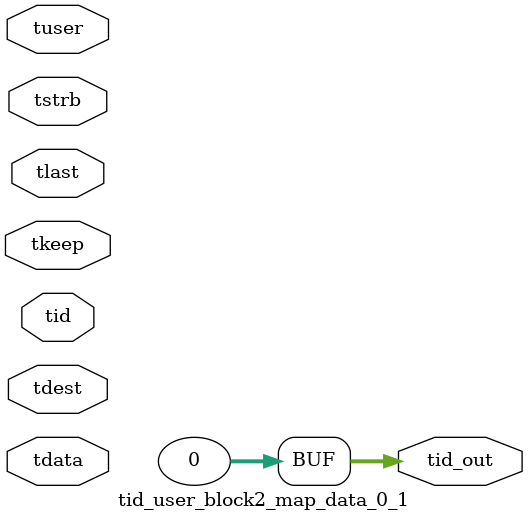
<source format=v>


`timescale 1ps/1ps

module tid_user_block2_map_data_0_1 #
(
parameter C_S_AXIS_TID_WIDTH   = 1,
parameter C_S_AXIS_TUSER_WIDTH = 0,
parameter C_S_AXIS_TDATA_WIDTH = 0,
parameter C_S_AXIS_TDEST_WIDTH = 0,
parameter C_M_AXIS_TID_WIDTH   = 32
)
(
input  [(C_S_AXIS_TID_WIDTH   == 0 ? 1 : C_S_AXIS_TID_WIDTH)-1:0       ] tid,
input  [(C_S_AXIS_TDATA_WIDTH == 0 ? 1 : C_S_AXIS_TDATA_WIDTH)-1:0     ] tdata,
input  [(C_S_AXIS_TUSER_WIDTH == 0 ? 1 : C_S_AXIS_TUSER_WIDTH)-1:0     ] tuser,
input  [(C_S_AXIS_TDEST_WIDTH == 0 ? 1 : C_S_AXIS_TDEST_WIDTH)-1:0     ] tdest,
input  [(C_S_AXIS_TDATA_WIDTH/8)-1:0 ] tkeep,
input  [(C_S_AXIS_TDATA_WIDTH/8)-1:0 ] tstrb,
input                                                                    tlast,
output [(C_M_AXIS_TID_WIDTH   == 0 ? 1 : C_M_AXIS_TID_WIDTH)-1:0       ] tid_out
);

assign tid_out = {1'b0};

endmodule


</source>
